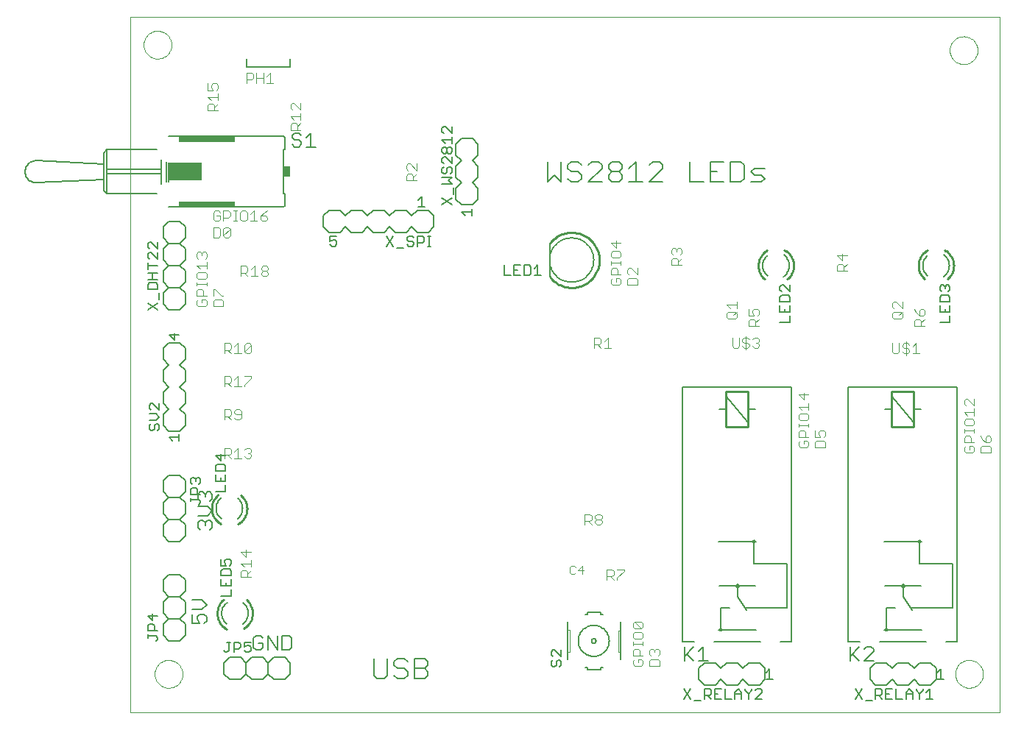
<source format=gto>
G75*
G70*
%OFA0B0*%
%FSLAX24Y24*%
%IPPOS*%
%LPD*%
%AMOC8*
5,1,8,0,0,1.08239X$1,22.5*
%
%ADD10C,0.0000*%
%ADD11C,0.0080*%
%ADD12C,0.0040*%
%ADD13C,0.0060*%
%ADD14C,0.0070*%
%ADD15R,0.0300X0.0500*%
%ADD16R,0.2550X0.0250*%
%ADD17R,0.1500X0.0800*%
%ADD18C,0.0100*%
%ADD19C,0.0050*%
%ADD20C,0.0020*%
%ADD21C,0.0030*%
D10*
X004880Y000100D02*
X004880Y031596D01*
X044250Y031596D01*
X044250Y000100D01*
X004880Y000100D01*
X006000Y001850D02*
X006002Y001900D01*
X006008Y001950D01*
X006018Y001999D01*
X006032Y002047D01*
X006049Y002094D01*
X006070Y002139D01*
X006095Y002183D01*
X006123Y002224D01*
X006155Y002263D01*
X006189Y002300D01*
X006226Y002334D01*
X006266Y002364D01*
X006308Y002391D01*
X006352Y002415D01*
X006398Y002436D01*
X006445Y002452D01*
X006493Y002465D01*
X006543Y002474D01*
X006592Y002479D01*
X006643Y002480D01*
X006693Y002477D01*
X006742Y002470D01*
X006791Y002459D01*
X006839Y002444D01*
X006885Y002426D01*
X006930Y002404D01*
X006973Y002378D01*
X007014Y002349D01*
X007053Y002317D01*
X007089Y002282D01*
X007121Y002244D01*
X007151Y002204D01*
X007178Y002161D01*
X007201Y002117D01*
X007220Y002071D01*
X007236Y002023D01*
X007248Y001974D01*
X007256Y001925D01*
X007260Y001875D01*
X007260Y001825D01*
X007256Y001775D01*
X007248Y001726D01*
X007236Y001677D01*
X007220Y001629D01*
X007201Y001583D01*
X007178Y001539D01*
X007151Y001496D01*
X007121Y001456D01*
X007089Y001418D01*
X007053Y001383D01*
X007014Y001351D01*
X006973Y001322D01*
X006930Y001296D01*
X006885Y001274D01*
X006839Y001256D01*
X006791Y001241D01*
X006742Y001230D01*
X006693Y001223D01*
X006643Y001220D01*
X006592Y001221D01*
X006543Y001226D01*
X006493Y001235D01*
X006445Y001248D01*
X006398Y001264D01*
X006352Y001285D01*
X006308Y001309D01*
X006266Y001336D01*
X006226Y001366D01*
X006189Y001400D01*
X006155Y001437D01*
X006123Y001476D01*
X006095Y001517D01*
X006070Y001561D01*
X006049Y001606D01*
X006032Y001653D01*
X006018Y001701D01*
X006008Y001750D01*
X006002Y001800D01*
X006000Y001850D01*
X042250Y001850D02*
X042252Y001900D01*
X042258Y001950D01*
X042268Y001999D01*
X042282Y002047D01*
X042299Y002094D01*
X042320Y002139D01*
X042345Y002183D01*
X042373Y002224D01*
X042405Y002263D01*
X042439Y002300D01*
X042476Y002334D01*
X042516Y002364D01*
X042558Y002391D01*
X042602Y002415D01*
X042648Y002436D01*
X042695Y002452D01*
X042743Y002465D01*
X042793Y002474D01*
X042842Y002479D01*
X042893Y002480D01*
X042943Y002477D01*
X042992Y002470D01*
X043041Y002459D01*
X043089Y002444D01*
X043135Y002426D01*
X043180Y002404D01*
X043223Y002378D01*
X043264Y002349D01*
X043303Y002317D01*
X043339Y002282D01*
X043371Y002244D01*
X043401Y002204D01*
X043428Y002161D01*
X043451Y002117D01*
X043470Y002071D01*
X043486Y002023D01*
X043498Y001974D01*
X043506Y001925D01*
X043510Y001875D01*
X043510Y001825D01*
X043506Y001775D01*
X043498Y001726D01*
X043486Y001677D01*
X043470Y001629D01*
X043451Y001583D01*
X043428Y001539D01*
X043401Y001496D01*
X043371Y001456D01*
X043339Y001418D01*
X043303Y001383D01*
X043264Y001351D01*
X043223Y001322D01*
X043180Y001296D01*
X043135Y001274D01*
X043089Y001256D01*
X043041Y001241D01*
X042992Y001230D01*
X042943Y001223D01*
X042893Y001220D01*
X042842Y001221D01*
X042793Y001226D01*
X042743Y001235D01*
X042695Y001248D01*
X042648Y001264D01*
X042602Y001285D01*
X042558Y001309D01*
X042516Y001336D01*
X042476Y001366D01*
X042439Y001400D01*
X042405Y001437D01*
X042373Y001476D01*
X042345Y001517D01*
X042320Y001561D01*
X042299Y001606D01*
X042282Y001653D01*
X042268Y001701D01*
X042258Y001750D01*
X042252Y001800D01*
X042250Y001850D01*
X042000Y030100D02*
X042002Y030150D01*
X042008Y030200D01*
X042018Y030249D01*
X042032Y030297D01*
X042049Y030344D01*
X042070Y030389D01*
X042095Y030433D01*
X042123Y030474D01*
X042155Y030513D01*
X042189Y030550D01*
X042226Y030584D01*
X042266Y030614D01*
X042308Y030641D01*
X042352Y030665D01*
X042398Y030686D01*
X042445Y030702D01*
X042493Y030715D01*
X042543Y030724D01*
X042592Y030729D01*
X042643Y030730D01*
X042693Y030727D01*
X042742Y030720D01*
X042791Y030709D01*
X042839Y030694D01*
X042885Y030676D01*
X042930Y030654D01*
X042973Y030628D01*
X043014Y030599D01*
X043053Y030567D01*
X043089Y030532D01*
X043121Y030494D01*
X043151Y030454D01*
X043178Y030411D01*
X043201Y030367D01*
X043220Y030321D01*
X043236Y030273D01*
X043248Y030224D01*
X043256Y030175D01*
X043260Y030125D01*
X043260Y030075D01*
X043256Y030025D01*
X043248Y029976D01*
X043236Y029927D01*
X043220Y029879D01*
X043201Y029833D01*
X043178Y029789D01*
X043151Y029746D01*
X043121Y029706D01*
X043089Y029668D01*
X043053Y029633D01*
X043014Y029601D01*
X042973Y029572D01*
X042930Y029546D01*
X042885Y029524D01*
X042839Y029506D01*
X042791Y029491D01*
X042742Y029480D01*
X042693Y029473D01*
X042643Y029470D01*
X042592Y029471D01*
X042543Y029476D01*
X042493Y029485D01*
X042445Y029498D01*
X042398Y029514D01*
X042352Y029535D01*
X042308Y029559D01*
X042266Y029586D01*
X042226Y029616D01*
X042189Y029650D01*
X042155Y029687D01*
X042123Y029726D01*
X042095Y029767D01*
X042070Y029811D01*
X042049Y029856D01*
X042032Y029903D01*
X042018Y029951D01*
X042008Y030000D01*
X042002Y030050D01*
X042000Y030100D01*
X005500Y030350D02*
X005502Y030400D01*
X005508Y030450D01*
X005518Y030499D01*
X005532Y030547D01*
X005549Y030594D01*
X005570Y030639D01*
X005595Y030683D01*
X005623Y030724D01*
X005655Y030763D01*
X005689Y030800D01*
X005726Y030834D01*
X005766Y030864D01*
X005808Y030891D01*
X005852Y030915D01*
X005898Y030936D01*
X005945Y030952D01*
X005993Y030965D01*
X006043Y030974D01*
X006092Y030979D01*
X006143Y030980D01*
X006193Y030977D01*
X006242Y030970D01*
X006291Y030959D01*
X006339Y030944D01*
X006385Y030926D01*
X006430Y030904D01*
X006473Y030878D01*
X006514Y030849D01*
X006553Y030817D01*
X006589Y030782D01*
X006621Y030744D01*
X006651Y030704D01*
X006678Y030661D01*
X006701Y030617D01*
X006720Y030571D01*
X006736Y030523D01*
X006748Y030474D01*
X006756Y030425D01*
X006760Y030375D01*
X006760Y030325D01*
X006756Y030275D01*
X006748Y030226D01*
X006736Y030177D01*
X006720Y030129D01*
X006701Y030083D01*
X006678Y030039D01*
X006651Y029996D01*
X006621Y029956D01*
X006589Y029918D01*
X006553Y029883D01*
X006514Y029851D01*
X006473Y029822D01*
X006430Y029796D01*
X006385Y029774D01*
X006339Y029756D01*
X006291Y029741D01*
X006242Y029730D01*
X006193Y029723D01*
X006143Y029720D01*
X006092Y029721D01*
X006043Y029726D01*
X005993Y029735D01*
X005945Y029748D01*
X005898Y029764D01*
X005852Y029785D01*
X005808Y029809D01*
X005766Y029836D01*
X005726Y029866D01*
X005689Y029900D01*
X005655Y029937D01*
X005623Y029976D01*
X005595Y030017D01*
X005570Y030061D01*
X005549Y030106D01*
X005532Y030153D01*
X005518Y030201D01*
X005508Y030250D01*
X005502Y030300D01*
X005500Y030350D01*
D11*
X010146Y029701D02*
X010146Y029354D01*
X012114Y029354D01*
X012114Y029701D01*
X023791Y025061D02*
X023791Y024140D01*
X024098Y024447D01*
X024405Y024140D01*
X024405Y025061D01*
X024712Y024907D02*
X024712Y024754D01*
X024866Y024600D01*
X025173Y024600D01*
X025326Y024447D01*
X025326Y024293D01*
X025173Y024140D01*
X024866Y024140D01*
X024712Y024293D01*
X024712Y024907D02*
X024866Y025061D01*
X025173Y025061D01*
X025326Y024907D01*
X025633Y024907D02*
X025786Y025061D01*
X026093Y025061D01*
X026247Y024907D01*
X026247Y024754D01*
X025633Y024140D01*
X026247Y024140D01*
X026554Y024293D02*
X026554Y024447D01*
X026707Y024600D01*
X027014Y024600D01*
X027168Y024447D01*
X027168Y024293D01*
X027014Y024140D01*
X026707Y024140D01*
X026554Y024293D01*
X026707Y024600D02*
X026554Y024754D01*
X026554Y024907D01*
X026707Y025061D01*
X027014Y025061D01*
X027168Y024907D01*
X027168Y024754D01*
X027014Y024600D01*
X027474Y024754D02*
X027781Y025061D01*
X027781Y024140D01*
X027474Y024140D02*
X028088Y024140D01*
X028395Y024140D02*
X029009Y024754D01*
X029009Y024907D01*
X028856Y025061D01*
X028549Y025061D01*
X028395Y024907D01*
X028395Y024140D02*
X029009Y024140D01*
X030237Y024140D02*
X030237Y025061D01*
X031158Y025061D02*
X031158Y024140D01*
X031771Y024140D01*
X032078Y024140D02*
X032539Y024140D01*
X032692Y024293D01*
X032692Y024907D01*
X032539Y025061D01*
X032078Y025061D01*
X032078Y024140D01*
X031465Y024600D02*
X031158Y024600D01*
X030851Y024140D02*
X030237Y024140D01*
X031158Y025061D02*
X031771Y025061D01*
X032999Y024600D02*
X033153Y024754D01*
X033613Y024754D01*
X033460Y024447D02*
X033153Y024447D01*
X032999Y024600D01*
X032999Y024140D02*
X033460Y024140D01*
X033613Y024293D01*
X033460Y024447D01*
X023880Y021350D02*
X023880Y019850D01*
X018222Y002561D02*
X017762Y002561D01*
X017762Y001640D01*
X018222Y001640D01*
X018375Y001793D01*
X018375Y001947D01*
X018222Y002100D01*
X017762Y002100D01*
X017455Y001947D02*
X017455Y001793D01*
X017301Y001640D01*
X016994Y001640D01*
X016841Y001793D01*
X016534Y001793D02*
X016534Y002561D01*
X016841Y002407D02*
X016841Y002254D01*
X016994Y002100D01*
X017301Y002100D01*
X017455Y001947D01*
X017455Y002407D02*
X017301Y002561D01*
X016994Y002561D01*
X016841Y002407D01*
X016534Y001793D02*
X016380Y001640D01*
X016073Y001640D01*
X015920Y001793D01*
X015920Y002561D01*
X018222Y002561D02*
X018375Y002407D01*
X018375Y002254D01*
X018222Y002100D01*
D12*
X010360Y006239D02*
X009900Y006239D01*
X009900Y006469D01*
X009976Y006546D01*
X010130Y006546D01*
X010207Y006469D01*
X010207Y006239D01*
X010207Y006392D02*
X010360Y006546D01*
X010360Y006699D02*
X010360Y007006D01*
X010360Y006853D02*
X009900Y006853D01*
X010053Y006699D01*
X010130Y007160D02*
X010130Y007467D01*
X010360Y007390D02*
X009900Y007390D01*
X010130Y007160D01*
X010148Y011620D02*
X010071Y011697D01*
X010148Y011620D02*
X010301Y011620D01*
X010378Y011697D01*
X010378Y011773D01*
X010301Y011850D01*
X010224Y011850D01*
X010301Y011850D02*
X010378Y011927D01*
X010378Y012004D01*
X010301Y012080D01*
X010148Y012080D01*
X010071Y012004D01*
X009764Y012080D02*
X009764Y011620D01*
X009917Y011620D02*
X009610Y011620D01*
X009457Y011620D02*
X009303Y011773D01*
X009380Y011773D02*
X009150Y011773D01*
X009150Y011620D02*
X009150Y012080D01*
X009380Y012080D01*
X009457Y012004D01*
X009457Y011850D01*
X009380Y011773D01*
X009610Y011927D02*
X009764Y012080D01*
X009687Y013370D02*
X009841Y013370D01*
X009917Y013447D01*
X009917Y013754D01*
X009841Y013830D01*
X009687Y013830D01*
X009610Y013754D01*
X009610Y013677D01*
X009687Y013600D01*
X009917Y013600D01*
X009687Y013370D02*
X009610Y013447D01*
X009457Y013370D02*
X009303Y013523D01*
X009380Y013523D02*
X009150Y013523D01*
X009150Y013370D02*
X009150Y013830D01*
X009380Y013830D01*
X009457Y013754D01*
X009457Y013600D01*
X009380Y013523D01*
X009457Y014870D02*
X009303Y015023D01*
X009380Y015023D02*
X009150Y015023D01*
X009150Y014870D02*
X009150Y015330D01*
X009380Y015330D01*
X009457Y015254D01*
X009457Y015100D01*
X009380Y015023D01*
X009610Y014870D02*
X009917Y014870D01*
X009764Y014870D02*
X009764Y015330D01*
X009610Y015177D01*
X010071Y015330D02*
X010378Y015330D01*
X010378Y015254D01*
X010071Y014947D01*
X010071Y014870D01*
X010148Y016370D02*
X010071Y016447D01*
X010378Y016754D01*
X010378Y016447D01*
X010301Y016370D01*
X010148Y016370D01*
X010071Y016447D02*
X010071Y016754D01*
X010148Y016830D01*
X010301Y016830D01*
X010378Y016754D01*
X009917Y016370D02*
X009610Y016370D01*
X009457Y016370D02*
X009303Y016523D01*
X009380Y016523D02*
X009150Y016523D01*
X009150Y016370D02*
X009150Y016830D01*
X009380Y016830D01*
X009457Y016754D01*
X009457Y016600D01*
X009380Y016523D01*
X009610Y016677D02*
X009764Y016830D01*
X009764Y016370D01*
X009110Y018511D02*
X008650Y018511D01*
X008650Y018741D01*
X008726Y018818D01*
X009033Y018818D01*
X009110Y018741D01*
X009110Y018511D01*
X009110Y018971D02*
X009033Y018971D01*
X008726Y019278D01*
X008650Y019278D01*
X008650Y018971D01*
X008360Y018971D02*
X007900Y018971D01*
X007900Y019202D01*
X007976Y019278D01*
X008130Y019278D01*
X008207Y019202D01*
X008207Y018971D01*
X008283Y018818D02*
X008130Y018818D01*
X008130Y018665D01*
X008283Y018818D02*
X008360Y018741D01*
X008360Y018588D01*
X008283Y018511D01*
X007976Y018511D01*
X007900Y018588D01*
X007900Y018741D01*
X007976Y018818D01*
X007900Y019432D02*
X007900Y019585D01*
X007900Y019509D02*
X008360Y019509D01*
X008360Y019585D02*
X008360Y019432D01*
X008283Y019739D02*
X007976Y019739D01*
X007900Y019816D01*
X007900Y019969D01*
X007976Y020046D01*
X008283Y020046D01*
X008360Y019969D01*
X008360Y019816D01*
X008283Y019739D01*
X008360Y020199D02*
X008360Y020506D01*
X008360Y020353D02*
X007900Y020353D01*
X008053Y020199D01*
X007976Y020660D02*
X007900Y020736D01*
X007900Y020890D01*
X007976Y020967D01*
X008053Y020967D01*
X008130Y020890D01*
X008207Y020967D01*
X008283Y020967D01*
X008360Y020890D01*
X008360Y020736D01*
X008283Y020660D01*
X008130Y020813D02*
X008130Y020890D01*
X008650Y021620D02*
X008880Y021620D01*
X008957Y021697D01*
X008957Y022004D01*
X008880Y022080D01*
X008650Y022080D01*
X008650Y021620D01*
X009110Y021697D02*
X009110Y022004D01*
X009187Y022080D01*
X009341Y022080D01*
X009417Y022004D01*
X009110Y021697D01*
X009187Y021620D01*
X009341Y021620D01*
X009417Y021697D01*
X009417Y022004D01*
X009571Y022370D02*
X009724Y022370D01*
X009648Y022370D02*
X009648Y022830D01*
X009724Y022830D02*
X009571Y022830D01*
X009417Y022754D02*
X009341Y022830D01*
X009110Y022830D01*
X009110Y022370D01*
X009110Y022523D02*
X009341Y022523D01*
X009417Y022600D01*
X009417Y022754D01*
X008957Y022754D02*
X008880Y022830D01*
X008727Y022830D01*
X008650Y022754D01*
X008650Y022447D01*
X008727Y022370D01*
X008880Y022370D01*
X008957Y022447D01*
X008957Y022600D01*
X008803Y022600D01*
X009878Y022447D02*
X009954Y022370D01*
X010108Y022370D01*
X010185Y022447D01*
X010185Y022754D01*
X010108Y022830D01*
X009954Y022830D01*
X009878Y022754D01*
X009878Y022447D01*
X010338Y022370D02*
X010645Y022370D01*
X010492Y022370D02*
X010492Y022830D01*
X010338Y022677D01*
X010798Y022600D02*
X010798Y022447D01*
X010875Y022370D01*
X011029Y022370D01*
X011105Y022447D01*
X011105Y022523D01*
X011029Y022600D01*
X010798Y022600D01*
X010952Y022754D01*
X011105Y022830D01*
X011051Y020330D02*
X011128Y020254D01*
X011128Y020177D01*
X011051Y020100D01*
X010898Y020100D01*
X010821Y020177D01*
X010821Y020254D01*
X010898Y020330D01*
X011051Y020330D01*
X011051Y020100D02*
X011128Y020023D01*
X011128Y019947D01*
X011051Y019870D01*
X010898Y019870D01*
X010821Y019947D01*
X010821Y020023D01*
X010898Y020100D01*
X010667Y019870D02*
X010360Y019870D01*
X010207Y019870D02*
X010053Y020023D01*
X010130Y020023D02*
X009900Y020023D01*
X009900Y019870D02*
X009900Y020330D01*
X010130Y020330D01*
X010207Y020254D01*
X010207Y020100D01*
X010130Y020023D01*
X010360Y020177D02*
X010514Y020330D01*
X010514Y019870D01*
X017400Y024199D02*
X017400Y024429D01*
X017476Y024506D01*
X017630Y024506D01*
X017707Y024429D01*
X017707Y024199D01*
X017860Y024199D02*
X017400Y024199D01*
X017707Y024353D02*
X017860Y024506D01*
X017860Y024660D02*
X017553Y024967D01*
X017476Y024967D01*
X017400Y024890D01*
X017400Y024736D01*
X017476Y024660D01*
X017860Y024660D02*
X017860Y024967D01*
X012610Y026489D02*
X012150Y026489D01*
X012150Y026719D01*
X012226Y026796D01*
X012380Y026796D01*
X012457Y026719D01*
X012457Y026489D01*
X012457Y026642D02*
X012610Y026796D01*
X012610Y026949D02*
X012610Y027256D01*
X012610Y027103D02*
X012150Y027103D01*
X012303Y026949D01*
X012226Y027410D02*
X012150Y027486D01*
X012150Y027640D01*
X012226Y027717D01*
X012303Y027717D01*
X012610Y027410D01*
X012610Y027717D01*
X011378Y028620D02*
X011071Y028620D01*
X011224Y028620D02*
X011224Y029080D01*
X011071Y028927D01*
X010917Y028850D02*
X010610Y028850D01*
X010457Y028850D02*
X010380Y028773D01*
X010150Y028773D01*
X010150Y028620D02*
X010150Y029080D01*
X010380Y029080D01*
X010457Y029004D01*
X010457Y028850D01*
X010610Y028620D02*
X010610Y029080D01*
X010917Y029080D02*
X010917Y028620D01*
X008860Y028521D02*
X008860Y028368D01*
X008783Y028291D01*
X008630Y028291D02*
X008553Y028444D01*
X008553Y028521D01*
X008630Y028598D01*
X008783Y028598D01*
X008860Y028521D01*
X008630Y028291D02*
X008400Y028291D01*
X008400Y028598D01*
X008400Y027984D02*
X008860Y027984D01*
X008860Y028137D02*
X008860Y027830D01*
X008860Y027677D02*
X008707Y027523D01*
X008707Y027600D02*
X008707Y027370D01*
X008860Y027370D02*
X008400Y027370D01*
X008400Y027600D01*
X008476Y027677D01*
X008630Y027677D01*
X008707Y027600D01*
X008553Y027830D02*
X008400Y027984D01*
X025900Y017080D02*
X025900Y016620D01*
X025900Y016773D02*
X026130Y016773D01*
X026207Y016850D01*
X026207Y017004D01*
X026130Y017080D01*
X025900Y017080D01*
X026053Y016773D02*
X026207Y016620D01*
X026360Y016620D02*
X026667Y016620D01*
X026514Y016620D02*
X026514Y017080D01*
X026360Y016927D01*
X026726Y019471D02*
X027033Y019471D01*
X027110Y019548D01*
X027110Y019702D01*
X027033Y019778D01*
X026880Y019778D01*
X026880Y019625D01*
X026726Y019778D02*
X026650Y019702D01*
X026650Y019548D01*
X026726Y019471D01*
X026650Y019932D02*
X026650Y020162D01*
X026726Y020239D01*
X026880Y020239D01*
X026957Y020162D01*
X026957Y019932D01*
X027110Y019932D02*
X026650Y019932D01*
X027400Y020009D02*
X027476Y019932D01*
X027400Y020009D02*
X027400Y020162D01*
X027476Y020239D01*
X027553Y020239D01*
X027860Y019932D01*
X027860Y020239D01*
X027783Y019778D02*
X027476Y019778D01*
X027400Y019702D01*
X027400Y019471D01*
X027860Y019471D01*
X027860Y019702D01*
X027783Y019778D01*
X027110Y020392D02*
X027110Y020546D01*
X027110Y020469D02*
X026650Y020469D01*
X026650Y020392D02*
X026650Y020546D01*
X026726Y020699D02*
X027033Y020699D01*
X027110Y020776D01*
X027110Y020929D01*
X027033Y021006D01*
X026726Y021006D01*
X026650Y020929D01*
X026650Y020776D01*
X026726Y020699D01*
X026880Y021160D02*
X026880Y021467D01*
X027110Y021390D02*
X026650Y021390D01*
X026880Y021160D01*
X029400Y021061D02*
X029400Y020907D01*
X029476Y020830D01*
X029476Y020677D02*
X029630Y020677D01*
X029707Y020600D01*
X029707Y020370D01*
X029860Y020370D02*
X029400Y020370D01*
X029400Y020600D01*
X029476Y020677D01*
X029707Y020523D02*
X029860Y020677D01*
X029783Y020830D02*
X029860Y020907D01*
X029860Y021061D01*
X029783Y021137D01*
X029707Y021137D01*
X029630Y021061D01*
X029630Y020984D01*
X029630Y021061D02*
X029553Y021137D01*
X029476Y021137D01*
X029400Y021061D01*
X032360Y018717D02*
X032360Y018410D01*
X032360Y018563D02*
X031900Y018563D01*
X032053Y018410D01*
X031976Y018256D02*
X031900Y018179D01*
X031900Y018026D01*
X031976Y017949D01*
X032283Y017949D01*
X032360Y018026D01*
X032360Y018179D01*
X032283Y018256D01*
X031976Y018256D01*
X032207Y018103D02*
X032360Y018256D01*
X032900Y018387D02*
X032900Y018080D01*
X033130Y018080D01*
X033053Y018234D01*
X033053Y018311D01*
X033130Y018387D01*
X033283Y018387D01*
X033360Y018311D01*
X033360Y018157D01*
X033283Y018080D01*
X033360Y017927D02*
X033207Y017773D01*
X033207Y017850D02*
X033207Y017620D01*
X033360Y017620D02*
X032900Y017620D01*
X032900Y017850D01*
X032976Y017927D01*
X033130Y017927D01*
X033207Y017850D01*
X032764Y017157D02*
X032764Y016543D01*
X032687Y016620D02*
X032841Y016620D01*
X032917Y016697D01*
X032917Y016773D01*
X032841Y016850D01*
X032687Y016850D01*
X032610Y016927D01*
X032610Y017004D01*
X032687Y017080D01*
X032841Y017080D01*
X032917Y017004D01*
X033071Y017004D02*
X033148Y017080D01*
X033301Y017080D01*
X033378Y017004D01*
X033378Y016927D01*
X033301Y016850D01*
X033378Y016773D01*
X033378Y016697D01*
X033301Y016620D01*
X033148Y016620D01*
X033071Y016697D01*
X033224Y016850D02*
X033301Y016850D01*
X032687Y016620D02*
X032610Y016697D01*
X032457Y016697D02*
X032457Y017080D01*
X032150Y017080D02*
X032150Y016697D01*
X032227Y016620D01*
X032380Y016620D01*
X032457Y016697D01*
X035150Y014499D02*
X035380Y014268D01*
X035380Y014575D01*
X035610Y014499D02*
X035150Y014499D01*
X035150Y013962D02*
X035610Y013962D01*
X035610Y014115D02*
X035610Y013808D01*
X035533Y013655D02*
X035226Y013655D01*
X035150Y013578D01*
X035150Y013424D01*
X035226Y013348D01*
X035533Y013348D01*
X035610Y013424D01*
X035610Y013578D01*
X035533Y013655D01*
X035303Y013808D02*
X035150Y013962D01*
X035150Y013194D02*
X035150Y013041D01*
X035150Y013118D02*
X035610Y013118D01*
X035610Y013194D02*
X035610Y013041D01*
X035380Y012887D02*
X035457Y012811D01*
X035457Y012580D01*
X035610Y012580D02*
X035150Y012580D01*
X035150Y012811D01*
X035226Y012887D01*
X035380Y012887D01*
X035380Y012427D02*
X035380Y012273D01*
X035380Y012427D02*
X035533Y012427D01*
X035610Y012350D01*
X035610Y012197D01*
X035533Y012120D01*
X035226Y012120D01*
X035150Y012197D01*
X035150Y012350D01*
X035226Y012427D01*
X035900Y012350D02*
X035900Y012120D01*
X036360Y012120D01*
X036360Y012350D01*
X036283Y012427D01*
X035976Y012427D01*
X035900Y012350D01*
X035900Y012580D02*
X036130Y012580D01*
X036053Y012734D01*
X036053Y012811D01*
X036130Y012887D01*
X036283Y012887D01*
X036360Y012811D01*
X036360Y012657D01*
X036283Y012580D01*
X035900Y012580D02*
X035900Y012887D01*
X039400Y016447D02*
X039477Y016370D01*
X039630Y016370D01*
X039707Y016447D01*
X039707Y016830D01*
X039860Y016754D02*
X039937Y016830D01*
X040091Y016830D01*
X040167Y016754D01*
X040091Y016600D02*
X039937Y016600D01*
X039860Y016677D01*
X039860Y016754D01*
X040014Y016907D02*
X040014Y016293D01*
X040091Y016370D02*
X040167Y016447D01*
X040167Y016523D01*
X040091Y016600D01*
X040091Y016370D02*
X039937Y016370D01*
X039860Y016447D01*
X039400Y016447D02*
X039400Y016830D01*
X040321Y016677D02*
X040474Y016830D01*
X040474Y016370D01*
X040321Y016370D02*
X040628Y016370D01*
X040707Y017620D02*
X040707Y017850D01*
X040630Y017927D01*
X040476Y017927D01*
X040400Y017850D01*
X040400Y017620D01*
X040860Y017620D01*
X040707Y017773D02*
X040860Y017927D01*
X040783Y018080D02*
X040860Y018157D01*
X040860Y018311D01*
X040783Y018387D01*
X040707Y018387D01*
X040630Y018311D01*
X040630Y018080D01*
X040783Y018080D01*
X040630Y018080D02*
X040476Y018234D01*
X040400Y018387D01*
X039860Y018410D02*
X039553Y018717D01*
X039476Y018717D01*
X039400Y018640D01*
X039400Y018486D01*
X039476Y018410D01*
X039476Y018256D02*
X039400Y018179D01*
X039400Y018026D01*
X039476Y017949D01*
X039783Y017949D01*
X039860Y018026D01*
X039860Y018179D01*
X039783Y018256D01*
X039476Y018256D01*
X039707Y018103D02*
X039860Y018256D01*
X039860Y018410D02*
X039860Y018717D01*
X037360Y020120D02*
X036900Y020120D01*
X036900Y020350D01*
X036976Y020427D01*
X037130Y020427D01*
X037207Y020350D01*
X037207Y020120D01*
X037207Y020273D02*
X037360Y020427D01*
X037130Y020580D02*
X037130Y020887D01*
X037360Y020811D02*
X036900Y020811D01*
X037130Y020580D01*
X042726Y014325D02*
X042650Y014249D01*
X042650Y014095D01*
X042726Y014018D01*
X042726Y014325D02*
X042803Y014325D01*
X043110Y014018D01*
X043110Y014325D01*
X043110Y013865D02*
X043110Y013558D01*
X043110Y013712D02*
X042650Y013712D01*
X042803Y013558D01*
X042726Y013405D02*
X042650Y013328D01*
X042650Y013174D01*
X042726Y013098D01*
X043033Y013098D01*
X043110Y013174D01*
X043110Y013328D01*
X043033Y013405D01*
X042726Y013405D01*
X042650Y012944D02*
X042650Y012791D01*
X042650Y012868D02*
X043110Y012868D01*
X043110Y012944D02*
X043110Y012791D01*
X042880Y012637D02*
X042957Y012561D01*
X042957Y012330D01*
X043110Y012330D02*
X042650Y012330D01*
X042650Y012561D01*
X042726Y012637D01*
X042880Y012637D01*
X042880Y012177D02*
X042880Y012023D01*
X042880Y012177D02*
X043033Y012177D01*
X043110Y012100D01*
X043110Y011947D01*
X043033Y011870D01*
X042726Y011870D01*
X042650Y011947D01*
X042650Y012100D01*
X042726Y012177D01*
X043400Y012100D02*
X043400Y011870D01*
X043860Y011870D01*
X043860Y012100D01*
X043783Y012177D01*
X043476Y012177D01*
X043400Y012100D01*
X043630Y012330D02*
X043630Y012561D01*
X043707Y012637D01*
X043783Y012637D01*
X043860Y012561D01*
X043860Y012407D01*
X043783Y012330D01*
X043630Y012330D01*
X043476Y012484D01*
X043400Y012637D01*
X028860Y002912D02*
X028860Y002759D01*
X028783Y002682D01*
X028783Y002528D02*
X028476Y002528D01*
X028400Y002452D01*
X028400Y002221D01*
X028860Y002221D01*
X028860Y002452D01*
X028783Y002528D01*
X028476Y002682D02*
X028400Y002759D01*
X028400Y002912D01*
X028476Y002989D01*
X028553Y002989D01*
X028630Y002912D01*
X028707Y002989D01*
X028783Y002989D01*
X028860Y002912D01*
X028630Y002912D02*
X028630Y002835D01*
X028110Y002682D02*
X027650Y002682D01*
X027650Y002912D01*
X027726Y002989D01*
X027880Y002989D01*
X027957Y002912D01*
X027957Y002682D01*
X028033Y002528D02*
X027880Y002528D01*
X027880Y002375D01*
X028033Y002528D02*
X028110Y002452D01*
X028110Y002298D01*
X028033Y002221D01*
X027726Y002221D01*
X027650Y002298D01*
X027650Y002452D01*
X027726Y002528D01*
X027650Y003142D02*
X027650Y003296D01*
X027650Y003219D02*
X028110Y003219D01*
X028110Y003142D02*
X028110Y003296D01*
X028033Y003449D02*
X028110Y003526D01*
X028110Y003679D01*
X028033Y003756D01*
X027726Y003756D01*
X027650Y003679D01*
X027650Y003526D01*
X027726Y003449D01*
X028033Y003449D01*
X028033Y003910D02*
X027726Y003910D01*
X027650Y003986D01*
X027650Y004140D01*
X027726Y004217D01*
X028033Y003910D01*
X028110Y003986D01*
X028110Y004140D01*
X028033Y004217D01*
X027726Y004217D01*
X026940Y006120D02*
X026940Y006197D01*
X027247Y006504D01*
X027247Y006580D01*
X026940Y006580D01*
X026786Y006504D02*
X026786Y006350D01*
X026709Y006273D01*
X026479Y006273D01*
X026479Y006120D02*
X026479Y006580D01*
X026709Y006580D01*
X026786Y006504D01*
X026633Y006273D02*
X026786Y006120D01*
X026170Y008620D02*
X026016Y008620D01*
X025940Y008697D01*
X025940Y008773D01*
X026016Y008850D01*
X026170Y008850D01*
X026247Y008773D01*
X026247Y008697D01*
X026170Y008620D01*
X026170Y008850D02*
X026247Y008927D01*
X026247Y009004D01*
X026170Y009080D01*
X026016Y009080D01*
X025940Y009004D01*
X025940Y008927D01*
X026016Y008850D01*
X025786Y008850D02*
X025709Y008773D01*
X025479Y008773D01*
X025479Y008620D02*
X025479Y009080D01*
X025709Y009080D01*
X025786Y009004D01*
X025786Y008850D01*
X025633Y008773D02*
X025786Y008620D01*
D13*
X025580Y004650D02*
X025580Y004550D01*
X025480Y004550D01*
X025580Y004650D02*
X026180Y004650D01*
X026180Y004550D01*
X026280Y004550D01*
X027080Y004200D02*
X027080Y003800D01*
X027080Y002850D01*
X027080Y002500D01*
X026280Y002150D02*
X026180Y002150D01*
X026180Y002050D01*
X025580Y002050D01*
X025580Y002150D01*
X025480Y002150D01*
X024680Y002500D02*
X024680Y002850D01*
X024680Y003850D01*
X024680Y004200D01*
X025780Y003350D02*
X025782Y003370D01*
X025788Y003388D01*
X025797Y003406D01*
X025809Y003421D01*
X025824Y003433D01*
X025842Y003442D01*
X025860Y003448D01*
X025880Y003450D01*
X025900Y003448D01*
X025918Y003442D01*
X025936Y003433D01*
X025951Y003421D01*
X025963Y003406D01*
X025972Y003388D01*
X025978Y003370D01*
X025980Y003350D01*
X025978Y003330D01*
X025972Y003312D01*
X025963Y003294D01*
X025951Y003279D01*
X025936Y003267D01*
X025918Y003258D01*
X025900Y003252D01*
X025880Y003250D01*
X025860Y003252D01*
X025842Y003258D01*
X025824Y003267D01*
X025809Y003279D01*
X025797Y003294D01*
X025788Y003312D01*
X025782Y003330D01*
X025780Y003350D01*
X025180Y003350D02*
X025182Y003402D01*
X025188Y003454D01*
X025198Y003506D01*
X025211Y003556D01*
X025228Y003606D01*
X025249Y003654D01*
X025274Y003700D01*
X025302Y003744D01*
X025333Y003786D01*
X025367Y003826D01*
X025404Y003863D01*
X025444Y003897D01*
X025486Y003928D01*
X025530Y003956D01*
X025576Y003981D01*
X025624Y004002D01*
X025674Y004019D01*
X025724Y004032D01*
X025776Y004042D01*
X025828Y004048D01*
X025880Y004050D01*
X025932Y004048D01*
X025984Y004042D01*
X026036Y004032D01*
X026086Y004019D01*
X026136Y004002D01*
X026184Y003981D01*
X026230Y003956D01*
X026274Y003928D01*
X026316Y003897D01*
X026356Y003863D01*
X026393Y003826D01*
X026427Y003786D01*
X026458Y003744D01*
X026486Y003700D01*
X026511Y003654D01*
X026532Y003606D01*
X026549Y003556D01*
X026562Y003506D01*
X026572Y003454D01*
X026578Y003402D01*
X026580Y003350D01*
X026578Y003298D01*
X026572Y003246D01*
X026562Y003194D01*
X026549Y003144D01*
X026532Y003094D01*
X026511Y003046D01*
X026486Y003000D01*
X026458Y002956D01*
X026427Y002914D01*
X026393Y002874D01*
X026356Y002837D01*
X026316Y002803D01*
X026274Y002772D01*
X026230Y002744D01*
X026184Y002719D01*
X026136Y002698D01*
X026086Y002681D01*
X026036Y002668D01*
X025984Y002658D01*
X025932Y002652D01*
X025880Y002650D01*
X025828Y002652D01*
X025776Y002658D01*
X025724Y002668D01*
X025674Y002681D01*
X025624Y002698D01*
X025576Y002719D01*
X025530Y002744D01*
X025486Y002772D01*
X025444Y002803D01*
X025404Y002837D01*
X025367Y002874D01*
X025333Y002914D01*
X025302Y002956D01*
X025274Y003000D01*
X025249Y003046D01*
X025228Y003094D01*
X025211Y003144D01*
X025198Y003194D01*
X025188Y003246D01*
X025182Y003298D01*
X025180Y003350D01*
X029900Y003310D02*
X030430Y003310D01*
X029900Y003310D02*
X029900Y014830D01*
X034820Y014830D01*
X034820Y003310D01*
X034330Y003310D01*
X033430Y003300D02*
X031330Y003300D01*
X031530Y003850D02*
X031630Y003850D01*
X031580Y003850D02*
X031582Y003863D01*
X031587Y003876D01*
X031596Y003887D01*
X031607Y003894D01*
X031620Y003899D01*
X031633Y003900D01*
X031647Y003897D01*
X031659Y003891D01*
X031669Y003882D01*
X031676Y003870D01*
X031680Y003857D01*
X031680Y003843D01*
X031676Y003830D01*
X031669Y003818D01*
X031659Y003809D01*
X031647Y003803D01*
X031633Y003800D01*
X031620Y003801D01*
X031607Y003806D01*
X031596Y003813D01*
X031587Y003824D01*
X031582Y003837D01*
X031580Y003850D01*
X031630Y003850D02*
X031630Y004850D01*
X032030Y004850D01*
X032380Y005350D02*
X032780Y004750D01*
X032730Y004850D02*
X034630Y004850D01*
X034630Y006850D01*
X033130Y006850D01*
X033130Y007850D01*
X033080Y007850D02*
X033082Y007863D01*
X033087Y007876D01*
X033096Y007887D01*
X033107Y007894D01*
X033120Y007899D01*
X033133Y007900D01*
X033147Y007897D01*
X033159Y007891D01*
X033169Y007882D01*
X033176Y007870D01*
X033180Y007857D01*
X033180Y007843D01*
X033176Y007830D01*
X033169Y007818D01*
X033159Y007809D01*
X033147Y007803D01*
X033133Y007800D01*
X033120Y007801D01*
X033107Y007806D01*
X033096Y007813D01*
X033087Y007824D01*
X033082Y007837D01*
X033080Y007850D01*
X033130Y007850D02*
X031530Y007850D01*
X033130Y007850D02*
X033230Y007850D01*
X033210Y005850D02*
X032380Y005850D01*
X031560Y005850D01*
X032380Y005850D02*
X032380Y005350D01*
X031630Y003850D02*
X033230Y003850D01*
X033380Y002350D02*
X032880Y002350D01*
X032630Y002100D01*
X032380Y002350D01*
X031880Y002350D01*
X031630Y002100D01*
X031380Y002350D01*
X030880Y002350D01*
X030630Y002100D01*
X030630Y001600D01*
X030880Y001350D01*
X031380Y001350D01*
X031630Y001600D01*
X031880Y001350D01*
X032380Y001350D01*
X032630Y001600D01*
X032880Y001350D01*
X033380Y001350D01*
X033630Y001600D01*
X033630Y002100D01*
X033380Y002350D01*
X037400Y003310D02*
X037930Y003310D01*
X037400Y003310D02*
X037400Y014830D01*
X042320Y014830D01*
X042320Y003310D01*
X041830Y003310D01*
X040930Y003300D02*
X038830Y003300D01*
X039030Y003850D02*
X039130Y003850D01*
X039080Y003850D02*
X039082Y003863D01*
X039087Y003876D01*
X039096Y003887D01*
X039107Y003894D01*
X039120Y003899D01*
X039133Y003900D01*
X039147Y003897D01*
X039159Y003891D01*
X039169Y003882D01*
X039176Y003870D01*
X039180Y003857D01*
X039180Y003843D01*
X039176Y003830D01*
X039169Y003818D01*
X039159Y003809D01*
X039147Y003803D01*
X039133Y003800D01*
X039120Y003801D01*
X039107Y003806D01*
X039096Y003813D01*
X039087Y003824D01*
X039082Y003837D01*
X039080Y003850D01*
X039130Y003850D02*
X039130Y004850D01*
X039530Y004850D01*
X039880Y005350D02*
X040280Y004750D01*
X040230Y004850D02*
X042130Y004850D01*
X042130Y006850D01*
X040630Y006850D01*
X040630Y007850D01*
X040580Y007850D02*
X040582Y007863D01*
X040587Y007876D01*
X040596Y007887D01*
X040607Y007894D01*
X040620Y007899D01*
X040633Y007900D01*
X040647Y007897D01*
X040659Y007891D01*
X040669Y007882D01*
X040676Y007870D01*
X040680Y007857D01*
X040680Y007843D01*
X040676Y007830D01*
X040669Y007818D01*
X040659Y007809D01*
X040647Y007803D01*
X040633Y007800D01*
X040620Y007801D01*
X040607Y007806D01*
X040596Y007813D01*
X040587Y007824D01*
X040582Y007837D01*
X040580Y007850D01*
X040630Y007850D02*
X039030Y007850D01*
X040630Y007850D02*
X040730Y007850D01*
X040710Y005850D02*
X039880Y005850D01*
X039060Y005850D01*
X039880Y005850D02*
X039880Y005350D01*
X039130Y003850D02*
X040730Y003850D01*
X040630Y002350D02*
X041130Y002350D01*
X041380Y002100D01*
X041380Y001600D01*
X041130Y001350D01*
X040630Y001350D01*
X040380Y001600D01*
X040130Y001350D01*
X039630Y001350D01*
X039380Y001600D01*
X039130Y001350D01*
X038630Y001350D01*
X038380Y001600D01*
X038380Y002100D01*
X038630Y002350D01*
X039130Y002350D01*
X039380Y002100D01*
X039630Y002350D01*
X040130Y002350D01*
X040380Y002100D01*
X040630Y002350D01*
X040350Y013260D02*
X039360Y014440D01*
X039360Y013850D02*
X039070Y013850D01*
X040350Y013850D02*
X040690Y013850D01*
X033190Y013850D02*
X032850Y013850D01*
X032850Y013260D02*
X031860Y014440D01*
X031860Y013850D02*
X031570Y013850D01*
X033530Y020350D02*
X033532Y020395D01*
X033537Y020441D01*
X033545Y020485D01*
X033557Y020529D01*
X033573Y020572D01*
X033591Y020614D01*
X033613Y020654D01*
X033637Y020692D01*
X033664Y020728D01*
X033694Y020763D01*
X033727Y020794D01*
X033762Y020824D01*
X034730Y020350D02*
X034728Y020303D01*
X034722Y020255D01*
X034713Y020209D01*
X034700Y020163D01*
X034684Y020119D01*
X034663Y020075D01*
X034640Y020034D01*
X034614Y019995D01*
X034584Y019958D01*
X034551Y019923D01*
X034516Y019891D01*
X034479Y019862D01*
X034730Y020350D02*
X034728Y020396D01*
X034723Y020442D01*
X034714Y020488D01*
X034702Y020533D01*
X034686Y020576D01*
X034667Y020618D01*
X034644Y020659D01*
X034619Y020698D01*
X034591Y020734D01*
X034560Y020769D01*
X034526Y020801D01*
X034490Y020830D01*
X033530Y020350D02*
X033532Y020305D01*
X033537Y020259D01*
X033545Y020215D01*
X033557Y020171D01*
X033573Y020128D01*
X033591Y020086D01*
X033613Y020046D01*
X033637Y020008D01*
X033664Y019972D01*
X033694Y019937D01*
X033727Y019906D01*
X033762Y019876D01*
X041740Y020830D02*
X041776Y020801D01*
X041810Y020769D01*
X041841Y020734D01*
X041869Y020698D01*
X041894Y020659D01*
X041917Y020618D01*
X041936Y020576D01*
X041952Y020533D01*
X041964Y020488D01*
X041973Y020442D01*
X041978Y020396D01*
X041980Y020350D01*
X041012Y020824D02*
X040977Y020794D01*
X040944Y020763D01*
X040914Y020728D01*
X040887Y020692D01*
X040863Y020654D01*
X040841Y020614D01*
X040823Y020572D01*
X040807Y020529D01*
X040795Y020485D01*
X040787Y020441D01*
X040782Y020395D01*
X040780Y020350D01*
X041729Y019862D02*
X041766Y019891D01*
X041801Y019923D01*
X041834Y019958D01*
X041864Y019995D01*
X041890Y020034D01*
X041913Y020075D01*
X041934Y020119D01*
X041950Y020163D01*
X041963Y020209D01*
X041972Y020255D01*
X041978Y020303D01*
X041980Y020350D01*
X041012Y019876D02*
X040977Y019906D01*
X040944Y019937D01*
X040914Y019972D01*
X040887Y020008D01*
X040863Y020046D01*
X040841Y020086D01*
X040823Y020128D01*
X040807Y020171D01*
X040795Y020215D01*
X040787Y020259D01*
X040782Y020305D01*
X040780Y020350D01*
X023880Y020600D02*
X023882Y020663D01*
X023888Y020725D01*
X023898Y020787D01*
X023911Y020849D01*
X023929Y020909D01*
X023950Y020968D01*
X023975Y021026D01*
X024004Y021082D01*
X024036Y021136D01*
X024071Y021188D01*
X024109Y021237D01*
X024151Y021285D01*
X024195Y021329D01*
X024243Y021371D01*
X024292Y021409D01*
X024344Y021444D01*
X024398Y021476D01*
X024454Y021505D01*
X024512Y021530D01*
X024571Y021551D01*
X024631Y021569D01*
X024693Y021582D01*
X024755Y021592D01*
X024817Y021598D01*
X024880Y021600D01*
X024943Y021598D01*
X025005Y021592D01*
X025067Y021582D01*
X025129Y021569D01*
X025189Y021551D01*
X025248Y021530D01*
X025306Y021505D01*
X025362Y021476D01*
X025416Y021444D01*
X025468Y021409D01*
X025517Y021371D01*
X025565Y021329D01*
X025609Y021285D01*
X025651Y021237D01*
X025689Y021188D01*
X025724Y021136D01*
X025756Y021082D01*
X025785Y021026D01*
X025810Y020968D01*
X025831Y020909D01*
X025849Y020849D01*
X025862Y020787D01*
X025872Y020725D01*
X025878Y020663D01*
X025880Y020600D01*
X025878Y020537D01*
X025872Y020475D01*
X025862Y020413D01*
X025849Y020351D01*
X025831Y020291D01*
X025810Y020232D01*
X025785Y020174D01*
X025756Y020118D01*
X025724Y020064D01*
X025689Y020012D01*
X025651Y019963D01*
X025609Y019915D01*
X025565Y019871D01*
X025517Y019829D01*
X025468Y019791D01*
X025416Y019756D01*
X025362Y019724D01*
X025306Y019695D01*
X025248Y019670D01*
X025189Y019649D01*
X025129Y019631D01*
X025067Y019618D01*
X025005Y019608D01*
X024943Y019602D01*
X024880Y019600D01*
X024817Y019602D01*
X024755Y019608D01*
X024693Y019618D01*
X024631Y019631D01*
X024571Y019649D01*
X024512Y019670D01*
X024454Y019695D01*
X024398Y019724D01*
X024344Y019756D01*
X024292Y019791D01*
X024243Y019829D01*
X024195Y019871D01*
X024151Y019915D01*
X024109Y019963D01*
X024071Y020012D01*
X024036Y020064D01*
X024004Y020118D01*
X023975Y020174D01*
X023950Y020232D01*
X023929Y020291D01*
X023911Y020351D01*
X023898Y020413D01*
X023888Y020475D01*
X023882Y020537D01*
X023880Y020600D01*
X020630Y023350D02*
X020380Y023100D01*
X019880Y023100D01*
X019630Y023350D01*
X019630Y023850D01*
X019880Y024100D01*
X019630Y024350D01*
X019630Y024850D01*
X019880Y025100D01*
X019630Y025350D01*
X019630Y025850D01*
X019880Y026100D01*
X020380Y026100D01*
X020630Y025850D01*
X020630Y025350D01*
X020380Y025100D01*
X020630Y024850D01*
X020630Y024350D01*
X020380Y024100D01*
X020630Y023850D01*
X020630Y023350D01*
X018630Y022600D02*
X018630Y022100D01*
X018380Y021850D01*
X017880Y021850D01*
X017630Y022100D01*
X017380Y021850D01*
X016880Y021850D01*
X016630Y022100D01*
X016380Y021850D01*
X015880Y021850D01*
X015630Y022100D01*
X015380Y021850D01*
X014880Y021850D01*
X014630Y022100D01*
X014380Y021850D01*
X013880Y021850D01*
X013630Y022100D01*
X013630Y022600D01*
X013880Y022850D01*
X014380Y022850D01*
X014630Y022600D01*
X014880Y022850D01*
X015380Y022850D01*
X015630Y022600D01*
X015880Y022850D01*
X016380Y022850D01*
X016630Y022600D01*
X016880Y022850D01*
X017380Y022850D01*
X017630Y022600D01*
X017880Y022850D01*
X018380Y022850D01*
X018630Y022600D01*
X011880Y023050D02*
X011830Y023000D01*
X006630Y023000D01*
X006630Y022350D02*
X007130Y022350D01*
X007380Y022100D01*
X007380Y021600D01*
X007130Y021350D01*
X007380Y021100D01*
X007380Y020600D01*
X007130Y020350D01*
X007380Y020100D01*
X007380Y019600D01*
X007130Y019350D01*
X007380Y019100D01*
X007380Y018600D01*
X007130Y018350D01*
X006630Y018350D01*
X006380Y018600D01*
X006380Y019100D01*
X006630Y019350D01*
X006380Y019600D01*
X006380Y020100D01*
X006630Y020350D01*
X007130Y020350D01*
X006630Y020350D02*
X006380Y020600D01*
X006380Y021100D01*
X006630Y021350D01*
X006380Y021600D01*
X006380Y022100D01*
X006630Y022350D01*
X006630Y021350D02*
X007130Y021350D01*
X007130Y019350D02*
X006630Y019350D01*
X006630Y016850D02*
X007130Y016850D01*
X007380Y016600D01*
X007380Y016100D01*
X007130Y015850D01*
X007380Y015600D01*
X007380Y015100D01*
X007130Y014850D01*
X007380Y014600D01*
X007380Y014100D01*
X007130Y013850D01*
X007380Y013600D01*
X007380Y013100D01*
X007130Y012850D01*
X006630Y012850D01*
X006380Y013100D01*
X006380Y013600D01*
X006630Y013850D01*
X006380Y014100D01*
X006380Y014600D01*
X006630Y014850D01*
X006380Y015100D01*
X006380Y015600D01*
X006630Y015850D01*
X006380Y016100D01*
X006380Y016600D01*
X006630Y016850D01*
X006630Y010850D02*
X006380Y010600D01*
X006380Y010100D01*
X006630Y009850D01*
X006380Y009600D01*
X006380Y009100D01*
X006630Y008850D01*
X006380Y008600D01*
X006380Y008100D01*
X006630Y007850D01*
X007130Y007850D01*
X007380Y008100D01*
X007380Y008600D01*
X007130Y008850D01*
X006630Y008850D01*
X007130Y008850D02*
X007380Y009100D01*
X007380Y009600D01*
X007130Y009850D01*
X006630Y009850D01*
X007130Y009850D02*
X007380Y010100D01*
X007380Y010600D01*
X007130Y010850D01*
X006630Y010850D01*
X007959Y009989D02*
X008066Y010096D01*
X008173Y010096D01*
X008280Y009989D01*
X008386Y010096D01*
X008493Y010096D01*
X008600Y009989D01*
X008600Y009776D01*
X008493Y009669D01*
X008386Y009452D02*
X007959Y009452D01*
X008066Y009669D02*
X007959Y009776D01*
X007959Y009989D01*
X008280Y009989D02*
X008280Y009883D01*
X008386Y009452D02*
X008600Y009238D01*
X008386Y009025D01*
X007959Y009025D01*
X008066Y008807D02*
X007959Y008700D01*
X007959Y008487D01*
X008066Y008380D01*
X008280Y008594D02*
X008280Y008700D01*
X008386Y008807D01*
X008493Y008807D01*
X008600Y008700D01*
X008600Y008487D01*
X008493Y008380D01*
X008280Y008700D02*
X008173Y008807D01*
X008066Y008807D01*
X008780Y009350D02*
X008782Y009397D01*
X008788Y009445D01*
X008797Y009491D01*
X008810Y009537D01*
X008826Y009581D01*
X008847Y009625D01*
X008870Y009666D01*
X008896Y009705D01*
X008926Y009742D01*
X008959Y009777D01*
X008994Y009809D01*
X009031Y009838D01*
X009980Y009350D02*
X009978Y009305D01*
X009973Y009259D01*
X009965Y009215D01*
X009953Y009171D01*
X009937Y009128D01*
X009919Y009086D01*
X009897Y009046D01*
X009873Y009008D01*
X009846Y008972D01*
X009816Y008937D01*
X009783Y008906D01*
X009748Y008876D01*
X009980Y009350D02*
X009978Y009395D01*
X009973Y009441D01*
X009965Y009485D01*
X009953Y009529D01*
X009937Y009572D01*
X009919Y009614D01*
X009897Y009654D01*
X009873Y009692D01*
X009846Y009728D01*
X009816Y009763D01*
X009783Y009794D01*
X009748Y009824D01*
X008780Y009350D02*
X008782Y009304D01*
X008787Y009258D01*
X008796Y009212D01*
X008808Y009167D01*
X008824Y009124D01*
X008843Y009082D01*
X008866Y009041D01*
X008891Y009002D01*
X008919Y008966D01*
X008950Y008931D01*
X008984Y008899D01*
X009020Y008870D01*
X007130Y006350D02*
X006630Y006350D01*
X006380Y006100D01*
X006380Y005600D01*
X006630Y005350D01*
X007130Y005350D01*
X007380Y005600D01*
X007380Y006100D01*
X007130Y006350D01*
X007130Y005350D02*
X007380Y005100D01*
X007380Y004600D01*
X007130Y004350D01*
X007380Y004100D01*
X007380Y003600D01*
X007130Y003350D01*
X006630Y003350D01*
X006380Y003600D01*
X006380Y004100D01*
X006630Y004350D01*
X006380Y004600D01*
X006380Y005100D01*
X006630Y005350D01*
X006630Y004350D02*
X007130Y004350D01*
X007709Y004557D02*
X007709Y004130D01*
X008030Y004130D01*
X007923Y004344D01*
X007923Y004450D01*
X008030Y004557D01*
X008243Y004557D01*
X008350Y004450D01*
X008350Y004237D01*
X008243Y004130D01*
X008136Y004775D02*
X007709Y004775D01*
X007709Y005202D02*
X008136Y005202D01*
X008350Y004988D01*
X008136Y004775D01*
X009998Y004126D02*
X010033Y004156D01*
X010066Y004187D01*
X010096Y004222D01*
X010123Y004258D01*
X010147Y004296D01*
X010169Y004336D01*
X010187Y004378D01*
X010203Y004421D01*
X010215Y004465D01*
X010223Y004509D01*
X010228Y004555D01*
X010230Y004600D01*
X009270Y004120D02*
X009234Y004149D01*
X009200Y004181D01*
X009169Y004216D01*
X009141Y004252D01*
X009116Y004291D01*
X009093Y004332D01*
X009074Y004374D01*
X009058Y004417D01*
X009046Y004462D01*
X009037Y004508D01*
X009032Y004554D01*
X009030Y004600D01*
X009998Y005074D02*
X010033Y005044D01*
X010066Y005013D01*
X010096Y004978D01*
X010123Y004942D01*
X010147Y004904D01*
X010169Y004864D01*
X010187Y004822D01*
X010203Y004779D01*
X010215Y004735D01*
X010223Y004691D01*
X010228Y004645D01*
X010230Y004600D01*
X009281Y005088D02*
X009244Y005059D01*
X009209Y005027D01*
X009176Y004992D01*
X009146Y004955D01*
X009120Y004916D01*
X009097Y004875D01*
X009076Y004831D01*
X009060Y004787D01*
X009047Y004741D01*
X009038Y004695D01*
X009032Y004647D01*
X009030Y004600D01*
X010476Y003464D02*
X010583Y003571D01*
X010797Y003571D01*
X010903Y003464D01*
X010903Y003250D02*
X010690Y003250D01*
X010903Y003250D02*
X010903Y003037D01*
X010797Y002930D01*
X010583Y002930D01*
X010476Y003037D01*
X010476Y003464D01*
X011121Y003571D02*
X011121Y002930D01*
X010880Y002600D02*
X011130Y002350D01*
X011380Y002600D01*
X011880Y002600D01*
X012130Y002350D01*
X012130Y001850D01*
X011880Y001600D01*
X011380Y001600D01*
X011130Y001850D01*
X010880Y001600D01*
X010380Y001600D01*
X010130Y001850D01*
X009880Y001600D01*
X009380Y001600D01*
X009130Y001850D01*
X009130Y002350D01*
X009380Y002600D01*
X009880Y002600D01*
X010130Y002350D01*
X010380Y002600D01*
X010880Y002600D01*
X011130Y002350D02*
X011130Y001850D01*
X010130Y001850D02*
X010130Y002350D01*
X011548Y002930D02*
X011121Y003571D01*
X011548Y003571D02*
X011548Y002930D01*
X011765Y002930D02*
X012086Y002930D01*
X012192Y003037D01*
X012192Y003464D01*
X012086Y003571D01*
X011765Y003571D01*
X011765Y002930D01*
X011880Y023050D02*
X011880Y023600D01*
X011830Y023600D01*
X011830Y025600D01*
X011880Y025600D01*
X011880Y026150D01*
X011830Y026200D01*
X006630Y026200D01*
X006080Y025600D02*
X003830Y025600D01*
X003830Y024700D01*
X006280Y024700D01*
X006280Y025150D01*
X006530Y025050D02*
X006530Y024150D01*
X006630Y024150D02*
X006630Y025000D01*
X006280Y024700D02*
X006280Y024500D01*
X006280Y024050D01*
X006080Y023600D02*
X003830Y023600D01*
X003680Y023750D01*
X003680Y024250D01*
X003680Y024950D01*
X000630Y025100D01*
X000586Y025098D01*
X000543Y025092D01*
X000501Y025083D01*
X000459Y025070D01*
X000419Y025053D01*
X000380Y025033D01*
X000343Y025010D01*
X000309Y024983D01*
X000276Y024954D01*
X000247Y024921D01*
X000220Y024887D01*
X000197Y024850D01*
X000177Y024811D01*
X000160Y024771D01*
X000147Y024729D01*
X000138Y024687D01*
X000132Y024644D01*
X000130Y024600D01*
X000132Y024556D01*
X000138Y024513D01*
X000147Y024471D01*
X000160Y024429D01*
X000177Y024389D01*
X000197Y024350D01*
X000220Y024313D01*
X000247Y024279D01*
X000276Y024246D01*
X000309Y024217D01*
X000343Y024190D01*
X000380Y024167D01*
X000419Y024147D01*
X000459Y024130D01*
X000501Y024117D01*
X000543Y024108D01*
X000586Y024102D01*
X000630Y024100D01*
X003680Y024250D01*
X003830Y024500D02*
X003830Y024700D01*
X003830Y024500D02*
X006280Y024500D01*
X003830Y024500D02*
X003830Y023600D01*
X003680Y024950D02*
X003680Y025450D01*
X003830Y025600D01*
D14*
X012215Y025834D02*
X012320Y025729D01*
X012530Y025729D01*
X012635Y025834D01*
X012635Y025939D01*
X012530Y026044D01*
X012320Y026044D01*
X012215Y026149D01*
X012215Y026254D01*
X012320Y026359D01*
X012530Y026359D01*
X012635Y026254D01*
X012860Y026149D02*
X013070Y026359D01*
X013070Y025729D01*
X012860Y025729D02*
X013280Y025729D01*
X029985Y003076D02*
X029985Y002445D01*
X029985Y002655D02*
X030405Y003076D01*
X030630Y002865D02*
X030840Y003076D01*
X030840Y002445D01*
X030630Y002445D02*
X031050Y002445D01*
X030405Y002445D02*
X030090Y002760D01*
X037485Y002655D02*
X037905Y003076D01*
X038130Y002970D02*
X038235Y003076D01*
X038445Y003076D01*
X038550Y002970D01*
X038550Y002865D01*
X038130Y002445D01*
X038550Y002445D01*
X037905Y002445D02*
X037590Y002760D01*
X037485Y003076D02*
X037485Y002445D01*
D15*
X011980Y024600D03*
D16*
X008355Y023125D03*
X008355Y026075D03*
D17*
X007380Y024600D03*
D18*
X023880Y021350D02*
X023923Y021404D01*
X023969Y021456D01*
X024018Y021505D01*
X024070Y021552D01*
X024124Y021595D01*
X024180Y021636D01*
X024239Y021673D01*
X024299Y021707D01*
X024362Y021737D01*
X024425Y021764D01*
X024491Y021788D01*
X024557Y021808D01*
X024625Y021824D01*
X024693Y021836D01*
X024762Y021844D01*
X024831Y021849D01*
X024901Y021850D01*
X024970Y021847D01*
X025039Y021840D01*
X025107Y021829D01*
X025175Y021815D01*
X025242Y021796D01*
X025308Y021774D01*
X025373Y021749D01*
X025436Y021720D01*
X025497Y021687D01*
X025556Y021651D01*
X025613Y021612D01*
X025669Y021570D01*
X025721Y021525D01*
X025771Y021477D01*
X025818Y021426D01*
X025863Y021372D01*
X025904Y021317D01*
X025942Y021259D01*
X025977Y021199D01*
X026009Y021137D01*
X026037Y021074D01*
X026061Y021009D01*
X026082Y020943D01*
X026099Y020875D01*
X026113Y020807D01*
X026122Y020738D01*
X026128Y020669D01*
X026130Y020600D01*
X026128Y020531D01*
X026122Y020462D01*
X026113Y020393D01*
X026099Y020325D01*
X026082Y020257D01*
X026061Y020191D01*
X026037Y020126D01*
X026009Y020063D01*
X025977Y020001D01*
X025942Y019941D01*
X025904Y019883D01*
X025863Y019828D01*
X025818Y019774D01*
X025771Y019723D01*
X025721Y019675D01*
X025669Y019630D01*
X025613Y019588D01*
X025556Y019549D01*
X025497Y019513D01*
X025436Y019480D01*
X025373Y019451D01*
X025308Y019426D01*
X025242Y019404D01*
X025175Y019385D01*
X025107Y019371D01*
X025039Y019360D01*
X024970Y019353D01*
X024901Y019350D01*
X024831Y019351D01*
X024762Y019356D01*
X024693Y019364D01*
X024625Y019376D01*
X024557Y019392D01*
X024491Y019412D01*
X024425Y019436D01*
X024362Y019463D01*
X024299Y019493D01*
X024239Y019527D01*
X024180Y019564D01*
X024124Y019605D01*
X024070Y019648D01*
X024018Y019695D01*
X023969Y019744D01*
X023923Y019796D01*
X023880Y019850D01*
X031860Y014640D02*
X031860Y014440D01*
X031860Y013850D01*
X031860Y013060D01*
X032850Y013060D01*
X032850Y013260D01*
X032850Y013850D01*
X032850Y014640D01*
X031860Y014640D01*
X039360Y014640D02*
X039360Y014440D01*
X039360Y013850D01*
X039360Y013060D01*
X040350Y013060D01*
X040350Y013260D01*
X040350Y013850D01*
X040350Y014640D01*
X039360Y014640D01*
X042180Y020350D02*
X042178Y020404D01*
X042173Y020458D01*
X042164Y020511D01*
X042151Y020564D01*
X042135Y020615D01*
X042115Y020665D01*
X042092Y020714D01*
X042066Y020762D01*
X042037Y020807D01*
X042004Y020850D01*
X041969Y020891D01*
X041931Y020930D01*
X041891Y020966D01*
X041848Y020999D01*
X041803Y021029D01*
X041756Y021056D01*
X040983Y021045D02*
X040935Y021015D01*
X040890Y020982D01*
X040847Y020946D01*
X040806Y020908D01*
X040769Y020866D01*
X040734Y020822D01*
X040703Y020776D01*
X040674Y020727D01*
X040650Y020677D01*
X040629Y020625D01*
X040611Y020571D01*
X040598Y020517D01*
X040588Y020462D01*
X040582Y020406D01*
X040580Y020350D01*
X040582Y020297D01*
X040587Y020243D01*
X040596Y020191D01*
X040608Y020139D01*
X040624Y020088D01*
X040643Y020038D01*
X040666Y019989D01*
X040692Y019942D01*
X040720Y019897D01*
X040752Y019854D01*
X040786Y019814D01*
X040824Y019775D01*
X040863Y019739D01*
X041892Y019735D02*
X041932Y019771D01*
X041970Y019810D01*
X042005Y019851D01*
X042037Y019894D01*
X042067Y019939D01*
X042093Y019986D01*
X042115Y020035D01*
X042135Y020086D01*
X042151Y020137D01*
X042164Y020189D01*
X042173Y020243D01*
X042178Y020296D01*
X042180Y020350D01*
X033733Y021045D02*
X033685Y021015D01*
X033640Y020982D01*
X033597Y020946D01*
X033556Y020908D01*
X033519Y020866D01*
X033484Y020822D01*
X033453Y020776D01*
X033424Y020727D01*
X033400Y020677D01*
X033379Y020625D01*
X033361Y020571D01*
X033348Y020517D01*
X033338Y020462D01*
X033332Y020406D01*
X033330Y020350D01*
X034506Y021056D02*
X034553Y021029D01*
X034598Y020999D01*
X034641Y020966D01*
X034681Y020930D01*
X034719Y020891D01*
X034754Y020850D01*
X034787Y020807D01*
X034816Y020762D01*
X034842Y020714D01*
X034865Y020665D01*
X034885Y020615D01*
X034901Y020564D01*
X034914Y020511D01*
X034923Y020458D01*
X034928Y020404D01*
X034930Y020350D01*
X033613Y019739D02*
X033574Y019775D01*
X033536Y019814D01*
X033502Y019854D01*
X033470Y019897D01*
X033442Y019942D01*
X033416Y019989D01*
X033393Y020038D01*
X033374Y020088D01*
X033358Y020139D01*
X033346Y020191D01*
X033337Y020243D01*
X033332Y020297D01*
X033330Y020350D01*
X034642Y019735D02*
X034682Y019771D01*
X034720Y019810D01*
X034755Y019851D01*
X034787Y019894D01*
X034817Y019939D01*
X034843Y019986D01*
X034865Y020035D01*
X034885Y020086D01*
X034901Y020137D01*
X034914Y020189D01*
X034923Y020243D01*
X034928Y020296D01*
X034930Y020350D01*
X032330Y005850D02*
X032332Y005863D01*
X032337Y005876D01*
X032346Y005887D01*
X032357Y005894D01*
X032370Y005899D01*
X032383Y005900D01*
X032397Y005897D01*
X032409Y005891D01*
X032419Y005882D01*
X032426Y005870D01*
X032430Y005857D01*
X032430Y005843D01*
X032426Y005830D01*
X032419Y005818D01*
X032409Y005809D01*
X032397Y005803D01*
X032383Y005800D01*
X032370Y005801D01*
X032357Y005806D01*
X032346Y005813D01*
X032337Y005824D01*
X032332Y005837D01*
X032330Y005850D01*
X039830Y005850D02*
X039832Y005863D01*
X039837Y005876D01*
X039846Y005887D01*
X039857Y005894D01*
X039870Y005899D01*
X039883Y005900D01*
X039897Y005897D01*
X039909Y005891D01*
X039919Y005882D01*
X039926Y005870D01*
X039930Y005857D01*
X039930Y005843D01*
X039926Y005830D01*
X039919Y005818D01*
X039909Y005809D01*
X039897Y005803D01*
X039883Y005800D01*
X039870Y005801D01*
X039857Y005806D01*
X039846Y005813D01*
X039837Y005824D01*
X039832Y005837D01*
X039830Y005850D01*
X009254Y003894D02*
X009207Y003921D01*
X009162Y003951D01*
X009119Y003984D01*
X009079Y004020D01*
X009041Y004059D01*
X009006Y004100D01*
X008973Y004143D01*
X008944Y004188D01*
X008918Y004236D01*
X008895Y004285D01*
X008875Y004335D01*
X008859Y004386D01*
X008846Y004439D01*
X008837Y004492D01*
X008832Y004546D01*
X008830Y004600D01*
X010027Y003905D02*
X010075Y003935D01*
X010120Y003968D01*
X010163Y004004D01*
X010204Y004042D01*
X010241Y004084D01*
X010276Y004128D01*
X010307Y004174D01*
X010336Y004223D01*
X010360Y004273D01*
X010381Y004325D01*
X010399Y004379D01*
X010412Y004433D01*
X010422Y004488D01*
X010428Y004544D01*
X010430Y004600D01*
X010428Y004653D01*
X010423Y004707D01*
X010414Y004759D01*
X010402Y004811D01*
X010386Y004862D01*
X010367Y004912D01*
X010344Y004961D01*
X010318Y005008D01*
X010290Y005053D01*
X010258Y005096D01*
X010224Y005136D01*
X010186Y005175D01*
X010147Y005211D01*
X009118Y005215D02*
X009078Y005179D01*
X009040Y005140D01*
X009005Y005099D01*
X008973Y005056D01*
X008943Y005011D01*
X008917Y004964D01*
X008895Y004915D01*
X008875Y004864D01*
X008859Y004813D01*
X008846Y004761D01*
X008837Y004707D01*
X008832Y004654D01*
X008830Y004600D01*
X009777Y008655D02*
X009825Y008685D01*
X009870Y008718D01*
X009913Y008754D01*
X009954Y008792D01*
X009991Y008834D01*
X010026Y008878D01*
X010057Y008924D01*
X010086Y008973D01*
X010110Y009023D01*
X010131Y009075D01*
X010149Y009129D01*
X010162Y009183D01*
X010172Y009238D01*
X010178Y009294D01*
X010180Y009350D01*
X009004Y008644D02*
X008957Y008671D01*
X008912Y008701D01*
X008869Y008734D01*
X008829Y008770D01*
X008791Y008809D01*
X008756Y008850D01*
X008723Y008893D01*
X008694Y008938D01*
X008668Y008986D01*
X008645Y009035D01*
X008625Y009085D01*
X008609Y009136D01*
X008596Y009189D01*
X008587Y009242D01*
X008582Y009296D01*
X008580Y009350D01*
X009897Y009961D02*
X009936Y009925D01*
X009974Y009886D01*
X010008Y009846D01*
X010040Y009803D01*
X010068Y009758D01*
X010094Y009711D01*
X010117Y009662D01*
X010136Y009612D01*
X010152Y009561D01*
X010164Y009509D01*
X010173Y009457D01*
X010178Y009403D01*
X010180Y009350D01*
X008868Y009965D02*
X008828Y009929D01*
X008790Y009890D01*
X008755Y009849D01*
X008723Y009806D01*
X008693Y009761D01*
X008667Y009714D01*
X008645Y009665D01*
X008625Y009614D01*
X008609Y009563D01*
X008596Y009511D01*
X008587Y009457D01*
X008582Y009404D01*
X008580Y009350D01*
D19*
X008075Y009599D02*
X008075Y009674D01*
X008000Y009749D01*
X007625Y009749D01*
X007625Y009674D02*
X007625Y009824D01*
X007625Y009984D02*
X007625Y010209D01*
X007700Y010284D01*
X007850Y010284D01*
X007925Y010209D01*
X007925Y009984D01*
X008075Y009984D02*
X007625Y009984D01*
X007700Y010445D02*
X007625Y010520D01*
X007625Y010670D01*
X007700Y010745D01*
X007775Y010745D01*
X007850Y010670D01*
X007925Y010745D01*
X008000Y010745D01*
X008075Y010670D01*
X008075Y010520D01*
X008000Y010445D01*
X007850Y010595D02*
X007850Y010670D01*
X008755Y010585D02*
X009205Y010585D01*
X009205Y010886D01*
X009205Y011046D02*
X009205Y011271D01*
X009130Y011346D01*
X008830Y011346D01*
X008755Y011271D01*
X008755Y011046D01*
X009205Y011046D01*
X008980Y010736D02*
X008980Y010585D01*
X008755Y010585D02*
X008755Y010886D01*
X009205Y010425D02*
X009205Y010125D01*
X008755Y010125D01*
X008075Y009599D02*
X008000Y009524D01*
X008980Y011506D02*
X008980Y011806D01*
X009205Y011731D02*
X008755Y011731D01*
X008980Y011506D01*
X007105Y012425D02*
X007105Y012725D01*
X007105Y012575D02*
X006655Y012575D01*
X006805Y012425D01*
X006205Y012950D02*
X006205Y013100D01*
X006130Y013175D01*
X006055Y013175D01*
X005980Y013100D01*
X005980Y012950D01*
X005905Y012875D01*
X005830Y012875D01*
X005755Y012950D01*
X005755Y013100D01*
X005830Y013175D01*
X005755Y013335D02*
X006055Y013335D01*
X006205Y013486D01*
X006055Y013636D01*
X005755Y013636D01*
X005830Y013796D02*
X005755Y013871D01*
X005755Y014021D01*
X005830Y014096D01*
X005905Y014096D01*
X006205Y013796D01*
X006205Y014096D01*
X006205Y012950D02*
X006130Y012875D01*
X006880Y016975D02*
X006880Y017275D01*
X007105Y017200D02*
X006655Y017200D01*
X006880Y016975D01*
X006135Y018345D02*
X005685Y018645D01*
X005685Y018345D02*
X006135Y018645D01*
X006210Y018805D02*
X006210Y019106D01*
X006135Y019266D02*
X006135Y019491D01*
X006060Y019566D01*
X005760Y019566D01*
X005685Y019491D01*
X005685Y019266D01*
X006135Y019266D01*
X006135Y019726D02*
X005685Y019726D01*
X005910Y019726D02*
X005910Y020026D01*
X005685Y020026D02*
X006135Y020026D01*
X006135Y020337D02*
X005685Y020337D01*
X005685Y020187D02*
X005685Y020487D01*
X005760Y020647D02*
X005685Y020722D01*
X005685Y020872D01*
X005760Y020947D01*
X005835Y020947D01*
X006135Y020647D01*
X006135Y020947D01*
X006135Y021107D02*
X005835Y021408D01*
X005760Y021408D01*
X005685Y021333D01*
X005685Y021182D01*
X005760Y021107D01*
X006135Y021107D02*
X006135Y021408D01*
X013945Y021450D02*
X014095Y021525D01*
X014170Y021525D01*
X014245Y021450D01*
X014245Y021300D01*
X014170Y021225D01*
X014020Y021225D01*
X013945Y021300D01*
X013945Y021450D02*
X013945Y021675D01*
X014245Y021675D01*
X016506Y021675D02*
X016807Y021225D01*
X016967Y021150D02*
X017267Y021150D01*
X017427Y021300D02*
X017502Y021225D01*
X017652Y021225D01*
X017728Y021300D01*
X017728Y021375D01*
X017652Y021450D01*
X017502Y021450D01*
X017427Y021525D01*
X017427Y021600D01*
X017502Y021675D01*
X017652Y021675D01*
X017728Y021600D01*
X017888Y021675D02*
X018113Y021675D01*
X018188Y021600D01*
X018188Y021450D01*
X018113Y021375D01*
X017888Y021375D01*
X017888Y021225D02*
X017888Y021675D01*
X018348Y021675D02*
X018498Y021675D01*
X018423Y021675D02*
X018423Y021225D01*
X018348Y021225D02*
X018498Y021225D01*
X016807Y021675D02*
X016506Y021225D01*
X017945Y023025D02*
X018245Y023025D01*
X018095Y023025D02*
X018095Y023475D01*
X017945Y023325D01*
X019005Y023425D02*
X019455Y023125D01*
X019455Y023425D02*
X019005Y023125D01*
X019530Y023585D02*
X019530Y023886D01*
X019455Y024046D02*
X019305Y024196D01*
X019455Y024346D01*
X019005Y024346D01*
X019080Y024506D02*
X019005Y024581D01*
X019005Y024731D01*
X019080Y024806D01*
X019080Y024967D02*
X019005Y025042D01*
X019005Y025192D01*
X019080Y025267D01*
X019155Y025267D01*
X019455Y024967D01*
X019455Y025267D01*
X019380Y025427D02*
X019305Y025427D01*
X019230Y025502D01*
X019230Y025652D01*
X019305Y025727D01*
X019380Y025727D01*
X019455Y025652D01*
X019455Y025502D01*
X019380Y025427D01*
X019230Y025502D02*
X019155Y025427D01*
X019080Y025427D01*
X019005Y025502D01*
X019005Y025652D01*
X019080Y025727D01*
X019155Y025727D01*
X019230Y025652D01*
X019155Y025887D02*
X019005Y026037D01*
X019455Y026037D01*
X019455Y025887D02*
X019455Y026188D01*
X019455Y026348D02*
X019155Y026648D01*
X019080Y026648D01*
X019005Y026573D01*
X019005Y026423D01*
X019080Y026348D01*
X019455Y026348D02*
X019455Y026648D01*
X019380Y024806D02*
X019455Y024731D01*
X019455Y024581D01*
X019380Y024506D01*
X019230Y024581D02*
X019230Y024731D01*
X019305Y024806D01*
X019380Y024806D01*
X019230Y024581D02*
X019155Y024506D01*
X019080Y024506D01*
X019005Y024046D02*
X019455Y024046D01*
X020355Y022925D02*
X020355Y022625D01*
X020355Y022775D02*
X019905Y022775D01*
X020055Y022625D01*
X021813Y020365D02*
X021813Y019915D01*
X022114Y019915D01*
X022274Y019915D02*
X022574Y019915D01*
X022734Y019915D02*
X022959Y019915D01*
X023034Y019990D01*
X023034Y020290D01*
X022959Y020365D01*
X022734Y020365D01*
X022734Y019915D01*
X022424Y020140D02*
X022274Y020140D01*
X022274Y020365D02*
X022274Y019915D01*
X022274Y020365D02*
X022574Y020365D01*
X023195Y020215D02*
X023345Y020365D01*
X023345Y019915D01*
X023195Y019915D02*
X023495Y019915D01*
X034305Y019390D02*
X034305Y019240D01*
X034380Y019165D01*
X034380Y019004D02*
X034305Y018929D01*
X034305Y018704D01*
X034755Y018704D01*
X034755Y018929D01*
X034680Y019004D01*
X034380Y019004D01*
X034755Y019165D02*
X034455Y019465D01*
X034380Y019465D01*
X034305Y019390D01*
X034755Y019465D02*
X034755Y019165D01*
X034755Y018544D02*
X034755Y018244D01*
X034305Y018244D01*
X034305Y018544D01*
X034530Y018394D02*
X034530Y018244D01*
X034755Y018084D02*
X034755Y017783D01*
X034305Y017783D01*
X041555Y017783D02*
X042005Y017783D01*
X042005Y018084D01*
X042005Y018244D02*
X042005Y018544D01*
X042005Y018704D02*
X041555Y018704D01*
X041555Y018929D01*
X041630Y019004D01*
X041930Y019004D01*
X042005Y018929D01*
X042005Y018704D01*
X041780Y018394D02*
X041780Y018244D01*
X041555Y018244D02*
X042005Y018244D01*
X041555Y018244D02*
X041555Y018544D01*
X041630Y019165D02*
X041555Y019240D01*
X041555Y019390D01*
X041630Y019465D01*
X041705Y019465D01*
X041780Y019390D01*
X041855Y019465D01*
X041930Y019465D01*
X042005Y019390D01*
X042005Y019240D01*
X041930Y019165D01*
X041780Y019315D02*
X041780Y019390D01*
X024405Y002936D02*
X024405Y002635D01*
X024105Y002936D01*
X024030Y002936D01*
X023955Y002861D01*
X023955Y002710D01*
X024030Y002635D01*
X024030Y002475D02*
X023955Y002400D01*
X023955Y002250D01*
X024030Y002175D01*
X024105Y002175D01*
X024180Y002250D01*
X024180Y002400D01*
X024255Y002475D01*
X024330Y002475D01*
X024405Y002400D01*
X024405Y002250D01*
X024330Y002175D01*
X029972Y001175D02*
X030272Y000725D01*
X030432Y000650D02*
X030733Y000650D01*
X030893Y000725D02*
X030893Y001175D01*
X031118Y001175D01*
X031193Y001100D01*
X031193Y000950D01*
X031118Y000875D01*
X030893Y000875D01*
X031043Y000875D02*
X031193Y000725D01*
X031353Y000725D02*
X031653Y000725D01*
X031813Y000725D02*
X032114Y000725D01*
X032274Y000725D02*
X032274Y001025D01*
X032424Y001175D01*
X032574Y001025D01*
X032574Y000725D01*
X032574Y000950D02*
X032274Y000950D01*
X032734Y001100D02*
X032884Y000950D01*
X032884Y000725D01*
X032884Y000950D02*
X033034Y001100D01*
X033034Y001175D01*
X033195Y001100D02*
X033270Y001175D01*
X033420Y001175D01*
X033495Y001100D01*
X033495Y001025D01*
X033195Y000725D01*
X033495Y000725D01*
X032734Y001100D02*
X032734Y001175D01*
X031813Y001175D02*
X031813Y000725D01*
X031503Y000950D02*
X031353Y000950D01*
X031353Y001175D02*
X031353Y000725D01*
X031353Y001175D02*
X031653Y001175D01*
X030272Y001175D02*
X029972Y000725D01*
X033695Y001625D02*
X033995Y001625D01*
X033845Y001625D02*
X033845Y002075D01*
X033695Y001925D01*
X037722Y001175D02*
X038022Y000725D01*
X038182Y000650D02*
X038483Y000650D01*
X038643Y000725D02*
X038643Y001175D01*
X038868Y001175D01*
X038943Y001100D01*
X038943Y000950D01*
X038868Y000875D01*
X038643Y000875D01*
X038793Y000875D02*
X038943Y000725D01*
X039103Y000725D02*
X039103Y001175D01*
X039403Y001175D01*
X039563Y001175D02*
X039563Y000725D01*
X039864Y000725D01*
X040024Y000725D02*
X040024Y001025D01*
X040174Y001175D01*
X040324Y001025D01*
X040324Y000725D01*
X040324Y000950D02*
X040024Y000950D01*
X040484Y001100D02*
X040634Y000950D01*
X040634Y000725D01*
X040634Y000950D02*
X040784Y001100D01*
X040784Y001175D01*
X040945Y001025D02*
X041095Y001175D01*
X041095Y000725D01*
X040945Y000725D02*
X041245Y000725D01*
X040484Y001100D02*
X040484Y001175D01*
X041445Y001625D02*
X041745Y001625D01*
X041595Y001625D02*
X041595Y002075D01*
X041445Y001925D01*
X039403Y000725D02*
X039103Y000725D01*
X039103Y000950D02*
X039253Y000950D01*
X038022Y001175D02*
X037722Y000725D01*
X010346Y002920D02*
X010271Y002845D01*
X010121Y002845D01*
X010046Y002920D01*
X010046Y003070D02*
X010196Y003145D01*
X010271Y003145D01*
X010346Y003070D01*
X010346Y002920D01*
X010046Y003070D02*
X010046Y003295D01*
X010346Y003295D01*
X009886Y003220D02*
X009886Y003070D01*
X009811Y002995D01*
X009585Y002995D01*
X009585Y002845D02*
X009585Y003295D01*
X009811Y003295D01*
X009886Y003220D01*
X009425Y003295D02*
X009275Y003295D01*
X009350Y003295D02*
X009350Y002920D01*
X009275Y002845D01*
X009200Y002845D01*
X009125Y002920D01*
X009005Y005375D02*
X009455Y005375D01*
X009455Y005675D01*
X009455Y005835D02*
X009005Y005835D01*
X009005Y006136D01*
X009005Y006296D02*
X009005Y006521D01*
X009080Y006596D01*
X009380Y006596D01*
X009455Y006521D01*
X009455Y006296D01*
X009005Y006296D01*
X009230Y005986D02*
X009230Y005835D01*
X009455Y005835D02*
X009455Y006136D01*
X009380Y006756D02*
X009455Y006831D01*
X009455Y006981D01*
X009380Y007056D01*
X009230Y007056D01*
X009155Y006981D01*
X009155Y006906D01*
X009230Y006756D01*
X009005Y006756D01*
X009005Y007056D01*
X006135Y004491D02*
X005685Y004491D01*
X005910Y004266D01*
X005910Y004566D01*
X005910Y004106D02*
X005760Y004106D01*
X005685Y004031D01*
X005685Y003805D01*
X006135Y003805D01*
X005985Y003805D02*
X005985Y004031D01*
X005910Y004106D01*
X005685Y003645D02*
X005685Y003495D01*
X005685Y003570D02*
X006060Y003570D01*
X006135Y003495D01*
X006135Y003420D01*
X006060Y003345D01*
D20*
X024680Y002850D02*
X024780Y002850D01*
X024780Y003850D01*
X024680Y003850D01*
X026980Y003800D02*
X026980Y002850D01*
X027080Y002850D01*
X027080Y003800D02*
X026980Y003800D01*
D21*
X025356Y006371D02*
X025356Y006741D01*
X025170Y006556D01*
X025417Y006556D01*
X025049Y006679D02*
X024987Y006741D01*
X024864Y006741D01*
X024802Y006679D01*
X024802Y006432D01*
X024864Y006371D01*
X024987Y006371D01*
X025049Y006432D01*
M02*

</source>
